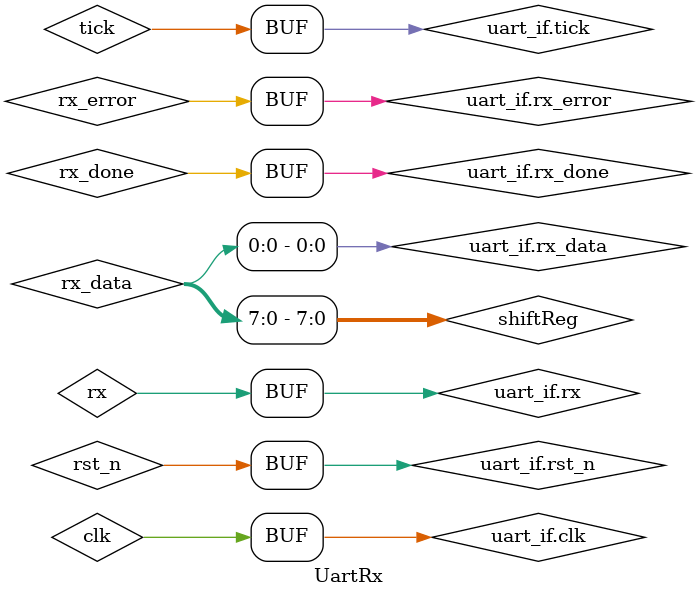
<source format=sv>
module UartRx #(
  parameter DATA_BITS = 8, 
  parameter PAR_TYP   = 0, // 0 -> EVEN , 1 -> ODD.
  parameter SB_TICK   = 16 // equivalent to 1 stop bit since each bit is sampled 16 times.
)(
  uart_rx_if.DUT uart_if
);

  localparam int TOTALBITS = DATA_BITS + 1; // Data bits + one parity bit
  
  //–– Alias interface signals ––
  wire        clk   = uart_if.clk;
  wire        rx    = uart_if.rx;
  wire        tick  = uart_if.tick;
  wire        rst_n = uart_if.rst_n;
  
  logic [DATA_BITS-1:0] rx_data;
  logic         rx_done;
  logic         rx_error;
  
  //–– Drive interface outputs ––
  assign uart_if.rx_data  = rx_data;
  assign uart_if.rx_done = rx_done;
  assign uart_if.rx_error = rx_error;
  

  //------------------------------------------------------------------------
  //-- FSM states & local signals
  //------------------------------------------------------------------------

  typedef enum logic [2:0] {IDLE, START, DATA, STOP} state_e;
  state_e state, next_state;

  logic [TOTALBITS-1:0]         shiftReg , shiftReg_next;
  logic [$clog2(TOTALBITS):0]   tickCnt, next_tickCnt;  // Enough bits to count ticks per bit
  logic [$clog2(TOTALBITS):0]   shiftedBitsCnt, shiftedBitsCnt_next;  // Count of bits received
  
  
  // Simplified sequential logic for state transition and data processing
  always_ff @(posedge clk or negedge rst_n) begin
    if (!rst_n) begin
      state <= IDLE;
      tickCnt <= '0;
      shiftedBitsCnt <= '0;
      shiftReg <= '0;
    end else begin
      state <= next_state;
      tickCnt <= next_tickCnt;
      shiftedBitsCnt <= shiftedBitsCnt_next;
      shiftReg <= shiftReg_next;
    end
  end

  //------------------------------------------------------------------------
  // Combinational: next_state, outputs, control flags and next register values
  //------------------------------------------------------------------------
  always_comb begin
    // defaults - maintain current values
    next_state = state;
    next_tickCnt = tickCnt;
    shiftedBitsCnt_next = shiftedBitsCnt;
    shiftReg_next = shiftReg;

    rx_done = 1'b0;
    // rx_error = 1'b0;

    case (state)

      //----------- wait for start (line idle=1, start=0) -----------
      IDLE: begin

        // Reset counters in IDLE
        next_tickCnt = '0;
        shiftedBitsCnt_next = '0;
        
        if (rx == 1'b0) 
          next_state = START;

      end
    
      //----------- START: sample at mid-bit -----------
      START: if (tick) begin

          if (tickCnt == 7) begin // we reached the middle of the start bit
            next_tickCnt = '0;
            next_state = DATA;
          end else 
            next_tickCnt = tickCnt + 1'b1;
          
      end
      

      //----------- DATA: shift N bits -----------
      DATA: if (tick) begin
        
          if (tickCnt == 15) begin // Middle of data bit reached - sample
            next_tickCnt = '0;
            shiftReg_next = {rx, shiftReg[TOTALBITS-1:1]}; // Shift in new bit
            
            if (shiftedBitsCnt == TOTALBITS - 1)
              next_state = STOP;
            else
              shiftedBitsCnt_next = shiftedBitsCnt + 1'b1;

          end else 
            next_tickCnt = tickCnt + 1'b1;
          
      end
      
     
      //----------- STOP: sample stop bit -----------
      STOP: if(tick) begin
        
          if (tickCnt == SB_TICK - 1) begin
            next_tickCnt = '0;
            rx_done = 1'b1;
            next_state = IDLE;
          end else 
            next_tickCnt = tickCnt + 1'b1;
          
      end
  
      
      default: begin // Default to IDLE state in case of unexpected state
        next_state = IDLE;
        next_tickCnt = '0;
        shiftedBitsCnt_next = '0;
      end

    endcase
  end
  
  // Final data output assignment
  assign rx_data = shiftReg[DATA_BITS-1:0];
  assign rx_error = ((^shiftReg[DATA_BITS:0]) != PAR_TYP);
endmodule

</source>
